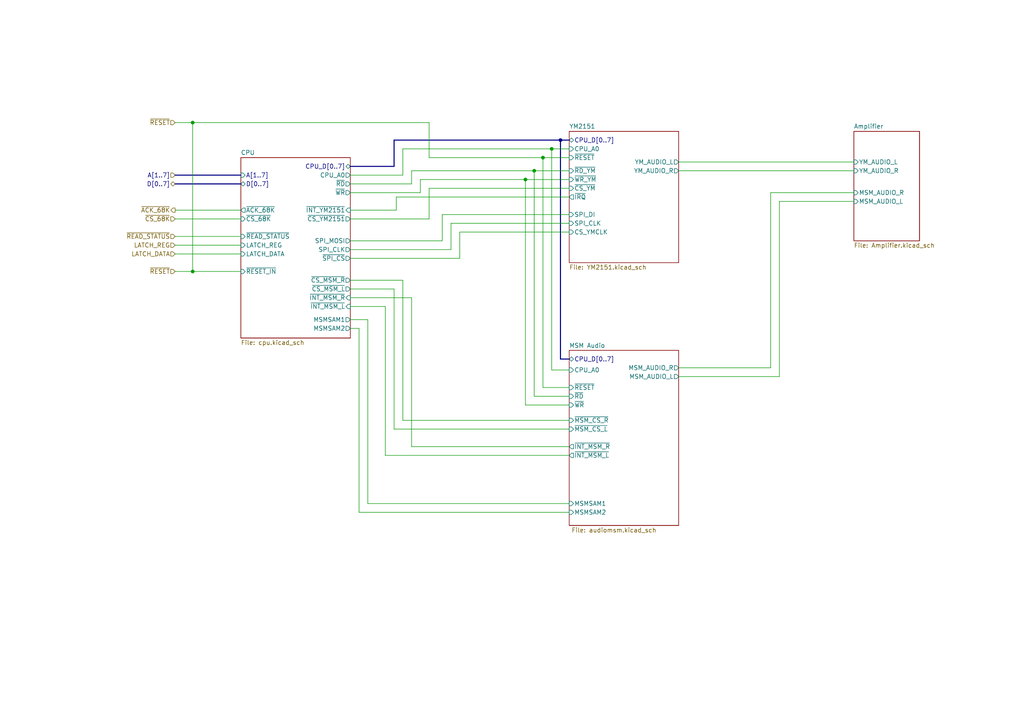
<source format=kicad_sch>
(kicad_sch
	(version 20231120)
	(generator "eeschema")
	(generator_version "8.0")
	(uuid "1f3bc4d5-8501-407c-8500-3cb5b2351c16")
	(paper "A4")
	(lib_symbols)
	(junction
		(at 55.88 35.56)
		(diameter 0)
		(color 0 0 0 0)
		(uuid "0a88f109-8530-447e-b836-56c724ae8141")
	)
	(junction
		(at 162.56 40.64)
		(diameter 0)
		(color 0 0 0 0)
		(uuid "2897525c-e6d6-411f-b255-805617f4626a")
	)
	(junction
		(at 55.88 78.74)
		(diameter 0)
		(color 0 0 0 0)
		(uuid "2bed701a-5b31-46b5-9139-127eeaa1765a")
	)
	(junction
		(at 160.02 43.18)
		(diameter 0)
		(color 0 0 0 0)
		(uuid "347f6af5-009c-46d6-a068-1c9829386788")
	)
	(junction
		(at 154.94 49.53)
		(diameter 0)
		(color 0 0 0 0)
		(uuid "594ca286-0c9b-4eb0-9292-3390d2a095a6")
	)
	(junction
		(at 157.48 45.72)
		(diameter 0)
		(color 0 0 0 0)
		(uuid "c43757e2-7595-484e-8a54-c0ecffb7ea2b")
	)
	(junction
		(at 152.4 52.07)
		(diameter 0)
		(color 0 0 0 0)
		(uuid "df978293-859c-46d9-86d0-99f21178481c")
	)
	(wire
		(pts
			(xy 157.48 45.72) (xy 157.48 112.395)
		)
		(stroke
			(width 0)
			(type default)
		)
		(uuid "1337a028-f02e-4d9a-a428-39f6a39d166b")
	)
	(bus
		(pts
			(xy 162.56 40.64) (xy 162.56 104.14)
		)
		(stroke
			(width 0)
			(type default)
		)
		(uuid "1bcbfe4b-5add-4f6a-894c-d781b21f6340")
	)
	(wire
		(pts
			(xy 101.6 74.93) (xy 133.35 74.93)
		)
		(stroke
			(width 0)
			(type default)
		)
		(uuid "1efa4fad-b512-4a03-94fd-3d0e263ce701")
	)
	(wire
		(pts
			(xy 116.84 81.28) (xy 116.84 121.92)
		)
		(stroke
			(width 0)
			(type default)
		)
		(uuid "212b0d70-5ca1-493c-92f7-7a24ab2ed2dd")
	)
	(wire
		(pts
			(xy 154.94 49.53) (xy 165.1 49.53)
		)
		(stroke
			(width 0)
			(type default)
		)
		(uuid "21388d77-8371-477c-99be-954020ce4b94")
	)
	(wire
		(pts
			(xy 116.84 121.92) (xy 165.1 121.92)
		)
		(stroke
			(width 0)
			(type default)
		)
		(uuid "254c4a12-f4fc-4e69-97da-1564e309181c")
	)
	(wire
		(pts
			(xy 104.14 148.59) (xy 165.1 148.59)
		)
		(stroke
			(width 0)
			(type default)
		)
		(uuid "2a9d6e89-1b20-4d41-937c-93b13e1720a3")
	)
	(bus
		(pts
			(xy 114.3 40.64) (xy 114.3 48.26)
		)
		(stroke
			(width 0)
			(type default)
		)
		(uuid "2e1656c1-314b-4500-b7f9-256d11950bd1")
	)
	(wire
		(pts
			(xy 130.81 72.39) (xy 130.81 64.77)
		)
		(stroke
			(width 0)
			(type default)
		)
		(uuid "2ee2db65-d064-47b7-9fdc-7837be887b50")
	)
	(wire
		(pts
			(xy 111.76 132.08) (xy 111.76 88.9)
		)
		(stroke
			(width 0)
			(type default)
		)
		(uuid "31ca0da7-9a73-49e7-904d-7b497dc1b422")
	)
	(bus
		(pts
			(xy 162.56 40.64) (xy 114.3 40.64)
		)
		(stroke
			(width 0)
			(type default)
		)
		(uuid "34d91fdb-9fe3-4233-8049-5d2def06623b")
	)
	(bus
		(pts
			(xy 165.1 104.14) (xy 162.56 104.14)
		)
		(stroke
			(width 0)
			(type default)
		)
		(uuid "380010c8-9f48-4355-a974-0e1338e2178a")
	)
	(wire
		(pts
			(xy 119.38 53.34) (xy 101.6 53.34)
		)
		(stroke
			(width 0)
			(type default)
		)
		(uuid "3ac39fd8-c0b1-4605-bc49-2afc289c25f5")
	)
	(wire
		(pts
			(xy 119.38 129.54) (xy 165.1 129.54)
		)
		(stroke
			(width 0)
			(type default)
		)
		(uuid "3e0bce9d-1a8f-42d4-aebc-1ee3fe198cc0")
	)
	(wire
		(pts
			(xy 223.52 55.88) (xy 247.65 55.88)
		)
		(stroke
			(width 0)
			(type default)
		)
		(uuid "408068ff-1332-4b55-90c3-66a4acfe064d")
	)
	(wire
		(pts
			(xy 121.92 52.07) (xy 121.92 55.88)
		)
		(stroke
			(width 0)
			(type default)
		)
		(uuid "431c9eaf-ba4d-4fc7-b584-4c157f97ad5c")
	)
	(wire
		(pts
			(xy 114.3 83.82) (xy 114.3 124.46)
		)
		(stroke
			(width 0)
			(type default)
		)
		(uuid "4576c9c2-77ff-4842-9ed3-854ccf9c64a3")
	)
	(wire
		(pts
			(xy 101.6 95.25) (xy 104.14 95.25)
		)
		(stroke
			(width 0)
			(type default)
		)
		(uuid "45d4d144-0a61-438a-bc08-06100bb306d1")
	)
	(wire
		(pts
			(xy 226.06 109.22) (xy 226.06 58.42)
		)
		(stroke
			(width 0)
			(type default)
		)
		(uuid "4a5adaa8-2cc2-4879-9810-9773dfdb7570")
	)
	(wire
		(pts
			(xy 196.85 106.68) (xy 223.52 106.68)
		)
		(stroke
			(width 0)
			(type default)
		)
		(uuid "4f143d5b-ddcf-4cbe-9fc9-d7cdafb5a8f7")
	)
	(bus
		(pts
			(xy 162.56 40.64) (xy 165.1 40.64)
		)
		(stroke
			(width 0)
			(type default)
		)
		(uuid "52af2e70-19d6-4ad7-bb5f-3001865293f0")
	)
	(wire
		(pts
			(xy 50.8 63.5) (xy 69.85 63.5)
		)
		(stroke
			(width 0)
			(type default)
		)
		(uuid "536efb4c-3611-4b74-9407-71f2374795a4")
	)
	(wire
		(pts
			(xy 128.27 69.85) (xy 128.27 62.23)
		)
		(stroke
			(width 0)
			(type default)
		)
		(uuid "54cb4e13-656e-4768-8cc9-73660a029b66")
	)
	(wire
		(pts
			(xy 101.6 88.9) (xy 111.76 88.9)
		)
		(stroke
			(width 0)
			(type default)
		)
		(uuid "54fd2f1a-dd6d-46ef-ac64-8819e37e6d4f")
	)
	(wire
		(pts
			(xy 133.35 74.93) (xy 133.35 67.31)
		)
		(stroke
			(width 0)
			(type default)
		)
		(uuid "56f66a6e-02c8-435f-8395-e89ef57981c6")
	)
	(wire
		(pts
			(xy 165.1 107.315) (xy 160.02 107.315)
		)
		(stroke
			(width 0)
			(type default)
		)
		(uuid "5841f206-9e91-44b9-8b60-277e523a8075")
	)
	(wire
		(pts
			(xy 101.6 72.39) (xy 130.81 72.39)
		)
		(stroke
			(width 0)
			(type default)
		)
		(uuid "5b021541-972e-436d-b600-39683bde9aa6")
	)
	(wire
		(pts
			(xy 101.6 60.96) (xy 114.935 60.96)
		)
		(stroke
			(width 0)
			(type default)
		)
		(uuid "5b4007c6-54fb-4bef-9565-bf1b65b244a2")
	)
	(wire
		(pts
			(xy 114.3 124.46) (xy 165.1 124.46)
		)
		(stroke
			(width 0)
			(type default)
		)
		(uuid "5b7cb9e0-b51c-4472-9211-734e85c4ce1d")
	)
	(wire
		(pts
			(xy 104.14 95.25) (xy 104.14 148.59)
		)
		(stroke
			(width 0)
			(type default)
		)
		(uuid "5c4d623c-3609-4b37-abb0-26d69dce05e6")
	)
	(wire
		(pts
			(xy 119.38 49.53) (xy 154.94 49.53)
		)
		(stroke
			(width 0)
			(type default)
		)
		(uuid "5d87fd2a-ca91-435e-817b-b2be6daa44e6")
	)
	(wire
		(pts
			(xy 152.4 117.475) (xy 152.4 52.07)
		)
		(stroke
			(width 0)
			(type default)
		)
		(uuid "60a5f0b4-0d89-4f2c-b0f2-e6cef98e12dc")
	)
	(wire
		(pts
			(xy 124.46 45.72) (xy 157.48 45.72)
		)
		(stroke
			(width 0)
			(type default)
		)
		(uuid "642b659e-094e-4d51-ae5f-b7e82b7b51e2")
	)
	(wire
		(pts
			(xy 133.35 67.31) (xy 165.1 67.31)
		)
		(stroke
			(width 0)
			(type default)
		)
		(uuid "65e53b12-1bed-4a1a-ba48-a52de786172b")
	)
	(bus
		(pts
			(xy 50.8 53.34) (xy 69.85 53.34)
		)
		(stroke
			(width 0)
			(type default)
		)
		(uuid "689f336b-97cf-4c8c-b4bc-1f4303a54633")
	)
	(wire
		(pts
			(xy 247.65 49.53) (xy 196.85 49.53)
		)
		(stroke
			(width 0)
			(type default)
		)
		(uuid "6a24d79f-7246-4274-b37f-78a1d8a2109a")
	)
	(wire
		(pts
			(xy 223.52 106.68) (xy 223.52 55.88)
		)
		(stroke
			(width 0)
			(type default)
		)
		(uuid "6d3c2e0a-cd5d-4e59-8a15-0cbffafe2dd8")
	)
	(wire
		(pts
			(xy 101.6 81.28) (xy 116.84 81.28)
		)
		(stroke
			(width 0)
			(type default)
		)
		(uuid "6d9c75e3-5f07-4da9-b99f-79c873cb6da3")
	)
	(wire
		(pts
			(xy 50.8 35.56) (xy 55.88 35.56)
		)
		(stroke
			(width 0)
			(type default)
		)
		(uuid "6ef9889b-7c2d-4000-b0b3-7bc281eb7395")
	)
	(wire
		(pts
			(xy 116.84 43.18) (xy 160.02 43.18)
		)
		(stroke
			(width 0)
			(type default)
		)
		(uuid "744568cc-7eb1-40ea-a4df-0b480fe45301")
	)
	(wire
		(pts
			(xy 196.85 46.99) (xy 247.65 46.99)
		)
		(stroke
			(width 0)
			(type default)
		)
		(uuid "78bce982-211a-4278-b1dc-771b46cba405")
	)
	(wire
		(pts
			(xy 101.6 83.82) (xy 114.3 83.82)
		)
		(stroke
			(width 0)
			(type default)
		)
		(uuid "7ddba4e6-9e88-4ed0-b64f-4354c289fed2")
	)
	(wire
		(pts
			(xy 50.8 68.58) (xy 69.85 68.58)
		)
		(stroke
			(width 0)
			(type default)
		)
		(uuid "7ebf2b5b-3a7c-4b64-8463-3728ece843d1")
	)
	(bus
		(pts
			(xy 114.3 48.26) (xy 101.6 48.26)
		)
		(stroke
			(width 0)
			(type default)
		)
		(uuid "81c9d1af-0bd9-4039-a86e-31541a429e78")
	)
	(wire
		(pts
			(xy 160.02 43.18) (xy 165.1 43.18)
		)
		(stroke
			(width 0)
			(type default)
		)
		(uuid "86181999-02e4-4c68-bc61-67696de4ac08")
	)
	(wire
		(pts
			(xy 50.8 60.96) (xy 69.85 60.96)
		)
		(stroke
			(width 0)
			(type default)
		)
		(uuid "869d4d23-8ab8-436b-b602-ab1014343f70")
	)
	(wire
		(pts
			(xy 157.48 45.72) (xy 165.1 45.72)
		)
		(stroke
			(width 0)
			(type default)
		)
		(uuid "889b7008-bae6-4e5b-8770-ae3ab7c065e5")
	)
	(wire
		(pts
			(xy 55.88 78.74) (xy 69.85 78.74)
		)
		(stroke
			(width 0)
			(type default)
		)
		(uuid "8a4cd403-a13f-4089-b83c-06cc6cb5cb9f")
	)
	(wire
		(pts
			(xy 124.46 35.56) (xy 124.46 45.72)
		)
		(stroke
			(width 0)
			(type default)
		)
		(uuid "8bd6462a-e535-4d4e-9e53-14d2a4bd5af1")
	)
	(wire
		(pts
			(xy 50.8 71.12) (xy 69.85 71.12)
		)
		(stroke
			(width 0)
			(type default)
		)
		(uuid "8f7c27c1-524d-49ad-aace-10589c320578")
	)
	(wire
		(pts
			(xy 50.8 73.66) (xy 69.85 73.66)
		)
		(stroke
			(width 0)
			(type default)
		)
		(uuid "927c9c67-fa37-44f6-823a-200d1fa07559")
	)
	(wire
		(pts
			(xy 165.1 146.05) (xy 106.68 146.05)
		)
		(stroke
			(width 0)
			(type default)
		)
		(uuid "95ac4486-da5c-4bde-b62b-f079e4471001")
	)
	(wire
		(pts
			(xy 152.4 52.07) (xy 165.1 52.07)
		)
		(stroke
			(width 0)
			(type default)
		)
		(uuid "95d98be0-fd7f-455a-8ea2-f487fd3adb5e")
	)
	(wire
		(pts
			(xy 116.84 50.8) (xy 116.84 43.18)
		)
		(stroke
			(width 0)
			(type default)
		)
		(uuid "9ac8391b-ebe0-47fe-8286-0e9167140914")
	)
	(wire
		(pts
			(xy 106.68 146.05) (xy 106.68 92.71)
		)
		(stroke
			(width 0)
			(type default)
		)
		(uuid "9d2ffeaf-2720-4c99-af74-02c0bdc29feb")
	)
	(wire
		(pts
			(xy 106.68 92.71) (xy 101.6 92.71)
		)
		(stroke
			(width 0)
			(type default)
		)
		(uuid "a49c5b07-fd61-4f1f-8012-cf684616144d")
	)
	(wire
		(pts
			(xy 121.92 55.88) (xy 101.6 55.88)
		)
		(stroke
			(width 0)
			(type default)
		)
		(uuid "ab58db42-24a2-4457-bc91-1e01b98ce543")
	)
	(wire
		(pts
			(xy 101.6 63.5) (xy 124.46 63.5)
		)
		(stroke
			(width 0)
			(type default)
		)
		(uuid "afe842a4-4db7-4e5a-b608-3cd4fb9c5e73")
	)
	(wire
		(pts
			(xy 128.27 62.23) (xy 165.1 62.23)
		)
		(stroke
			(width 0)
			(type default)
		)
		(uuid "b4541efa-d00a-4c3b-b664-721a4614d6f5")
	)
	(wire
		(pts
			(xy 165.1 132.08) (xy 111.76 132.08)
		)
		(stroke
			(width 0)
			(type default)
		)
		(uuid "b58323dc-2df2-463b-b318-62fb1a3b5859")
	)
	(wire
		(pts
			(xy 130.81 64.77) (xy 165.1 64.77)
		)
		(stroke
			(width 0)
			(type default)
		)
		(uuid "b6e20e6c-c081-48eb-89aa-a4d54d907845")
	)
	(wire
		(pts
			(xy 165.1 117.475) (xy 152.4 117.475)
		)
		(stroke
			(width 0)
			(type default)
		)
		(uuid "bc6cc963-7bfd-47e4-b3f2-73f5ed50259f")
	)
	(wire
		(pts
			(xy 196.85 109.22) (xy 226.06 109.22)
		)
		(stroke
			(width 0)
			(type default)
		)
		(uuid "bd3aa259-684d-40e4-b55c-9de327ff0967")
	)
	(wire
		(pts
			(xy 226.06 58.42) (xy 247.65 58.42)
		)
		(stroke
			(width 0)
			(type default)
		)
		(uuid "c545acfe-f081-4e4f-8743-2c6314d443f3")
	)
	(wire
		(pts
			(xy 50.8 78.74) (xy 55.88 78.74)
		)
		(stroke
			(width 0)
			(type default)
		)
		(uuid "cbc0a51f-58c6-4431-a91b-8bbb6a5ddbd1")
	)
	(bus
		(pts
			(xy 50.8 50.8) (xy 69.85 50.8)
		)
		(stroke
			(width 0)
			(type default)
		)
		(uuid "d3840549-8bd3-415f-81ce-d69d0184e92e")
	)
	(wire
		(pts
			(xy 124.46 54.61) (xy 165.1 54.61)
		)
		(stroke
			(width 0)
			(type default)
		)
		(uuid "d560ea1c-ebec-4d36-ae31-18ddcc864ef2")
	)
	(wire
		(pts
			(xy 154.94 114.935) (xy 165.1 114.935)
		)
		(stroke
			(width 0)
			(type default)
		)
		(uuid "d913c6f6-a080-41d4-b05e-d093ba3e29a9")
	)
	(wire
		(pts
			(xy 157.48 112.395) (xy 165.1 112.395)
		)
		(stroke
			(width 0)
			(type default)
		)
		(uuid "dc519f79-b69b-4eb4-970a-a23101c9f9a2")
	)
	(wire
		(pts
			(xy 119.38 49.53) (xy 119.38 53.34)
		)
		(stroke
			(width 0)
			(type default)
		)
		(uuid "e16a5681-2709-4da6-b625-cc063a37f1d4")
	)
	(wire
		(pts
			(xy 101.6 50.8) (xy 116.84 50.8)
		)
		(stroke
			(width 0)
			(type default)
		)
		(uuid "e2f91fe9-0093-4c7b-bae7-1ec82da0a4d8")
	)
	(wire
		(pts
			(xy 101.6 69.85) (xy 128.27 69.85)
		)
		(stroke
			(width 0)
			(type default)
		)
		(uuid "e3544d09-16cb-433b-8fef-d54c488a10d3")
	)
	(wire
		(pts
			(xy 152.4 52.07) (xy 121.92 52.07)
		)
		(stroke
			(width 0)
			(type default)
		)
		(uuid "e39e9e50-3d52-46a9-9747-d647772c865d")
	)
	(wire
		(pts
			(xy 119.38 86.36) (xy 119.38 129.54)
		)
		(stroke
			(width 0)
			(type default)
		)
		(uuid "e4aa8d4b-1ab2-4d79-a229-158dc963cbf8")
	)
	(wire
		(pts
			(xy 124.46 63.5) (xy 124.46 54.61)
		)
		(stroke
			(width 0)
			(type default)
		)
		(uuid "e5c35091-b99c-418b-ab6d-379f152b7b48")
	)
	(wire
		(pts
			(xy 101.6 86.36) (xy 119.38 86.36)
		)
		(stroke
			(width 0)
			(type default)
		)
		(uuid "ea0b1ae0-ece1-403b-bf9a-82d23399e5f4")
	)
	(wire
		(pts
			(xy 160.02 43.18) (xy 160.02 107.315)
		)
		(stroke
			(width 0)
			(type default)
		)
		(uuid "ed723b46-16c0-4746-85b8-a8d567b9ee5d")
	)
	(wire
		(pts
			(xy 114.935 60.96) (xy 114.935 57.15)
		)
		(stroke
			(width 0)
			(type default)
		)
		(uuid "efc70563-dcdf-4d29-a4ab-c1af9982a66e")
	)
	(wire
		(pts
			(xy 55.88 35.56) (xy 124.46 35.56)
		)
		(stroke
			(width 0)
			(type default)
		)
		(uuid "f6c50a32-3bd9-4a1d-a4e3-42a6e94032bb")
	)
	(wire
		(pts
			(xy 114.935 57.15) (xy 165.1 57.15)
		)
		(stroke
			(width 0)
			(type default)
		)
		(uuid "f8d8fb3f-3cb2-4a4d-8d0d-77dfa43ccc46")
	)
	(wire
		(pts
			(xy 154.94 49.53) (xy 154.94 114.935)
		)
		(stroke
			(width 0)
			(type default)
		)
		(uuid "f952ea35-8a98-420b-919b-927caa2c7d58")
	)
	(wire
		(pts
			(xy 55.88 78.74) (xy 55.88 35.56)
		)
		(stroke
			(width 0)
			(type default)
		)
		(uuid "ffef442c-fa61-463c-9b35-c9399199cf8e")
	)
	(hierarchical_label "LATCH_REG"
		(shape input)
		(at 50.8 71.12 180)
		(fields_autoplaced yes)
		(effects
			(font
				(size 1.27 1.27)
			)
			(justify right)
		)
		(uuid "228e31cb-a15e-4e22-964b-0f86ac38d0c7")
	)
	(hierarchical_label "A[1..7]"
		(shape input)
		(at 50.8 50.8 180)
		(fields_autoplaced yes)
		(effects
			(font
				(size 1.27 1.27)
			)
			(justify right)
		)
		(uuid "2f4d096f-be87-460a-b2d4-308e7c09d403")
	)
	(hierarchical_label "~{RESET}"
		(shape input)
		(at 50.8 35.56 180)
		(fields_autoplaced yes)
		(effects
			(font
				(size 1.27 1.27)
			)
			(justify right)
		)
		(uuid "36a39147-f39c-42f9-9d93-bfe50a5fe9d5")
	)
	(hierarchical_label "LATCH_DATA"
		(shape input)
		(at 50.8 73.66 180)
		(fields_autoplaced yes)
		(effects
			(font
				(size 1.27 1.27)
			)
			(justify right)
		)
		(uuid "721ea962-5291-4235-bbe5-2bcafa2fb715")
	)
	(hierarchical_label "~{RESET}"
		(shape input)
		(at 50.8 78.74 180)
		(fields_autoplaced yes)
		(effects
			(font
				(size 1.27 1.27)
			)
			(justify right)
		)
		(uuid "7e12cac8-f57c-432e-9b54-6790c44e419e")
	)
	(hierarchical_label "~{ACK_68K}"
		(shape output)
		(at 50.8 60.96 180)
		(fields_autoplaced yes)
		(effects
			(font
				(size 1.27 1.27)
			)
			(justify right)
		)
		(uuid "892c5e21-e6cb-4b3b-9ae5-d62d619a3deb")
	)
	(hierarchical_label "~{CS_68K}"
		(shape input)
		(at 50.8 63.5 180)
		(fields_autoplaced yes)
		(effects
			(font
				(size 1.27 1.27)
			)
			(justify right)
		)
		(uuid "a0fa78ff-bb66-4930-8aa8-a44377927f9f")
	)
	(hierarchical_label "D[0..7]"
		(shape bidirectional)
		(at 50.8 53.34 180)
		(fields_autoplaced yes)
		(effects
			(font
				(size 1.27 1.27)
			)
			(justify right)
		)
		(uuid "db3ede7c-cc25-4f76-9acb-bb8072c76103")
	)
	(hierarchical_label "~{READ_STATUS}"
		(shape input)
		(at 50.8 68.58 180)
		(fields_autoplaced yes)
		(effects
			(font
				(size 1.27 1.27)
			)
			(justify right)
		)
		(uuid "e00abba7-8f48-4bcd-b18e-28543492e84e")
	)
	(sheet
		(at 69.85 45.72)
		(size 31.75 52.324)
		(fields_autoplaced yes)
		(stroke
			(width 0.1524)
			(type solid)
		)
		(fill
			(color 0 0 0 0.0000)
		)
		(uuid "2383b26c-a42b-4156-bd52-164401cd08a6")
		(property "Sheetname" "CPU"
			(at 69.85 45.0084 0)
			(effects
				(font
					(size 1.27 1.27)
				)
				(justify left bottom)
			)
		)
		(property "Sheetfile" "cpu.kicad_sch"
			(at 69.85 98.6286 0)
			(effects
				(font
					(size 1.27 1.27)
				)
				(justify left top)
			)
		)
		(pin "D[0..7]" bidirectional
			(at 69.85 53.34 180)
			(effects
				(font
					(size 1.27 1.27)
				)
				(justify left)
			)
			(uuid "c989185c-4fee-4829-9c47-cc8ab589813d")
		)
		(pin "~{INT_YM2151}" input
			(at 101.6 60.96 0)
			(effects
				(font
					(size 1.27 1.27)
				)
				(justify right)
			)
			(uuid "ee786e13-be7d-418e-8268-fd58271b26b7")
		)
		(pin "LATCH_REG" input
			(at 69.85 71.12 180)
			(effects
				(font
					(size 1.27 1.27)
				)
				(justify left)
			)
			(uuid "c07cd6a8-d119-447e-896a-4cbe5624fe5a")
		)
		(pin "A[1..7]" input
			(at 69.85 50.8 180)
			(effects
				(font
					(size 1.27 1.27)
				)
				(justify left)
			)
			(uuid "00b4a059-6c18-41c7-ad41-93cc13318152")
		)
		(pin "~{READ_STATUS}" input
			(at 69.85 68.58 180)
			(effects
				(font
					(size 1.27 1.27)
				)
				(justify left)
			)
			(uuid "d622fae9-6b8b-4f04-a865-8d64eb0f431c")
		)
		(pin "LATCH_DATA" input
			(at 69.85 73.66 180)
			(effects
				(font
					(size 1.27 1.27)
				)
				(justify left)
			)
			(uuid "ad7b6601-8a96-46d0-99bb-4e5c4d688cf1")
		)
		(pin "~{WR}" output
			(at 101.6 55.88 0)
			(effects
				(font
					(size 1.27 1.27)
				)
				(justify right)
			)
			(uuid "a08ad5d9-8f9a-4704-b2d2-4f6fe4b5314a")
		)
		(pin "~{RD}" output
			(at 101.6 53.34 0)
			(effects
				(font
					(size 1.27 1.27)
				)
				(justify right)
			)
			(uuid "a2208454-7407-4cf0-a379-6208b382664e")
		)
		(pin "~{CS_68K}" input
			(at 69.85 63.5 180)
			(effects
				(font
					(size 1.27 1.27)
				)
				(justify left)
			)
			(uuid "1e800f9f-15f7-4722-a5f9-4e663bf3d454")
		)
		(pin "~{ACK_68K}" output
			(at 69.85 60.96 180)
			(effects
				(font
					(size 1.27 1.27)
				)
				(justify left)
			)
			(uuid "1bf2a668-3f6d-4381-89a1-ccf3388feeab")
		)
		(pin "~{CS_YM2151}" output
			(at 101.6 63.5 0)
			(effects
				(font
					(size 1.27 1.27)
				)
				(justify right)
			)
			(uuid "7ee6d1a5-99fa-41d5-8273-0157137b0611")
		)
		(pin "~{RESET_IN}" input
			(at 69.85 78.74 180)
			(effects
				(font
					(size 1.27 1.27)
				)
				(justify left)
			)
			(uuid "2e4d9075-4a6d-4d12-b7f8-afe7863c712f")
		)
		(pin "SPI_MOSI" output
			(at 101.6 69.85 0)
			(effects
				(font
					(size 1.27 1.27)
				)
				(justify right)
			)
			(uuid "cc62e649-62c0-4fbb-acda-4467850c6f16")
		)
		(pin "~{SPI_CS}" output
			(at 101.6 74.93 0)
			(effects
				(font
					(size 1.27 1.27)
				)
				(justify right)
			)
			(uuid "0447a100-fdec-4da0-8a3d-fc3bf0284c20")
		)
		(pin "MSMSAM2" output
			(at 101.6 95.25 0)
			(effects
				(font
					(size 1.27 1.27)
				)
				(justify right)
			)
			(uuid "aecf7075-11fe-4394-a91b-3c141806bbd3")
		)
		(pin "SPI_CLK" output
			(at 101.6 72.39 0)
			(effects
				(font
					(size 1.27 1.27)
				)
				(justify right)
			)
			(uuid "d85dd584-1625-4b72-869a-57cb4e7b91c8")
		)
		(pin "MSMSAM1" output
			(at 101.6 92.71 0)
			(effects
				(font
					(size 1.27 1.27)
				)
				(justify right)
			)
			(uuid "4b71eb85-25d7-475a-aea2-5c334125d172")
		)
		(pin "CPU_A0" output
			(at 101.6 50.8 0)
			(effects
				(font
					(size 1.27 1.27)
				)
				(justify right)
			)
			(uuid "a791af92-dfe2-416e-ad5f-ab1ea0dea8e0")
		)
		(pin "~{CS_MSM_R}" output
			(at 101.6 81.28 0)
			(effects
				(font
					(size 1.27 1.27)
				)
				(justify right)
			)
			(uuid "bfeab0a6-76c2-486f-9c62-0b7a685570a8")
		)
		(pin "~{INT_MSM_R}" input
			(at 101.6 86.36 0)
			(effects
				(font
					(size 1.27 1.27)
				)
				(justify right)
			)
			(uuid "e894a0d1-78e4-4e7a-ae95-6275d34866bc")
		)
		(pin "~{INT_MSM_L}" input
			(at 101.6 88.9 0)
			(effects
				(font
					(size 1.27 1.27)
				)
				(justify right)
			)
			(uuid "4d74ee8f-69ca-434f-ae81-c11f89f5913d")
		)
		(pin "~{CS_MSM_L}" output
			(at 101.6 83.82 0)
			(effects
				(font
					(size 1.27 1.27)
				)
				(justify right)
			)
			(uuid "37dbc323-868c-4841-a99b-cd307e35e54a")
		)
		(pin "CPU_D[0..7]" bidirectional
			(at 101.6 48.26 0)
			(effects
				(font
					(size 1.27 1.27)
				)
				(justify right)
			)
			(uuid "f22e77a5-127b-4d0d-9499-fdf6fef06217")
		)
		(instances
			(project "AudioYM2151V2"
				(path "/1a0b0354-7e8a-4de9-938d-3a3db9fe7fba/13457701-b9f8-47fd-94fd-78ef7514c622"
					(page "4")
				)
			)
		)
	)
	(sheet
		(at 247.65 38.1)
		(size 19.05 31.75)
		(fields_autoplaced yes)
		(stroke
			(width 0)
			(type solid)
		)
		(fill
			(color 0 0 0 0.0000)
		)
		(uuid "afdb1e97-7a1c-42e7-bac1-a7dfcf7f787d")
		(property "Sheetname" "Amplifier"
			(at 247.65 37.3884 0)
			(effects
				(font
					(size 1.27 1.27)
				)
				(justify left bottom)
			)
		)
		(property "Sheetfile" "Amplifier.kicad_sch"
			(at 247.65 70.4346 0)
			(effects
				(font
					(size 1.27 1.27)
				)
				(justify left top)
			)
		)
		(pin "YM_AUDIO_L" input
			(at 247.65 46.99 180)
			(effects
				(font
					(size 1.27 1.27)
				)
				(justify left)
			)
			(uuid "3ddef8a3-08e2-45ae-a002-76210a6dee1c")
		)
		(pin "YM_AUDIO_R" input
			(at 247.65 49.53 180)
			(effects
				(font
					(size 1.27 1.27)
				)
				(justify left)
			)
			(uuid "6de9e821-ffc1-4d47-afb9-3d4fd05bafd9")
		)
		(pin "MSM_AUDIO_R" input
			(at 247.65 55.88 180)
			(effects
				(font
					(size 1.27 1.27)
				)
				(justify left)
			)
			(uuid "99d68249-cfd2-4c8f-a6b6-c6f11791b12d")
		)
		(pin "MSM_AUDIO_L" input
			(at 247.65 58.42 180)
			(effects
				(font
					(size 1.27 1.27)
				)
				(justify left)
			)
			(uuid "2ae56e31-d04d-4e31-a388-3945add63d2b")
		)
		(instances
			(project "AudioYM2151V2"
				(path "/1a0b0354-7e8a-4de9-938d-3a3db9fe7fba/13457701-b9f8-47fd-94fd-78ef7514c622"
					(page "5")
				)
			)
		)
	)
	(sheet
		(at 165.1 38.1)
		(size 31.75 38.1)
		(fields_autoplaced yes)
		(stroke
			(width 0)
			(type solid)
		)
		(fill
			(color 0 0 0 0.0000)
		)
		(uuid "bf81a9ca-093f-4742-bfb2-1aced185cb80")
		(property "Sheetname" "YM2151"
			(at 165.1 37.3884 0)
			(effects
				(font
					(size 1.27 1.27)
				)
				(justify left bottom)
			)
		)
		(property "Sheetfile" "YM2151.kicad_sch"
			(at 165.1 76.7846 0)
			(effects
				(font
					(size 1.27 1.27)
				)
				(justify left top)
			)
		)
		(pin "~{CS_YM}" input
			(at 165.1 54.61 180)
			(effects
				(font
					(size 1.27 1.27)
				)
				(justify left)
			)
			(uuid "8881362c-40c9-41f4-b940-21d78c6bbe5b")
		)
		(pin "~{RD_YM}" input
			(at 165.1 49.53 180)
			(effects
				(font
					(size 1.27 1.27)
				)
				(justify left)
			)
			(uuid "7a5c4478-374e-4328-a6c0-77a28b2d2648")
		)
		(pin "~{WR_YM}" input
			(at 165.1 52.07 180)
			(effects
				(font
					(size 1.27 1.27)
				)
				(justify left)
			)
			(uuid "a0642e43-dbf8-4c86-9af5-e73247e419f7")
		)
		(pin "~{RESET}" input
			(at 165.1 45.72 180)
			(effects
				(font
					(size 1.27 1.27)
				)
				(justify left)
			)
			(uuid "dbe97480-d1bd-480c-a701-6f2150b168fc")
		)
		(pin "SPI_DI" input
			(at 165.1 62.23 180)
			(effects
				(font
					(size 1.27 1.27)
				)
				(justify left)
			)
			(uuid "d6412cff-513d-4593-8772-fa5ce5502a6a")
		)
		(pin "SPI_CLK" input
			(at 165.1 64.77 180)
			(effects
				(font
					(size 1.27 1.27)
				)
				(justify left)
			)
			(uuid "60606000-c061-4e25-830c-367565d3afb8")
		)
		(pin "CS_YMCLK" input
			(at 165.1 67.31 180)
			(effects
				(font
					(size 1.27 1.27)
				)
				(justify left)
			)
			(uuid "5abe82db-3dd0-481f-828e-1cc81300279c")
		)
		(pin "YM_AUDIO_L" output
			(at 196.85 46.99 0)
			(effects
				(font
					(size 1.27 1.27)
				)
				(justify right)
			)
			(uuid "2fc26966-8aa9-45e4-bffb-d4a923196578")
		)
		(pin "YM_AUDIO_R" output
			(at 196.85 49.53 0)
			(effects
				(font
					(size 1.27 1.27)
				)
				(justify right)
			)
			(uuid "276cbe8e-daf0-4bcb-90fd-0902ad33b822")
		)
		(pin "~{IRQ}" output
			(at 165.1 57.15 180)
			(effects
				(font
					(size 1.27 1.27)
				)
				(justify left)
			)
			(uuid "4709ae67-4876-43e3-a95e-c00e46d11aec")
		)
		(pin "CPU_A0" input
			(at 165.1 43.18 180)
			(effects
				(font
					(size 1.27 1.27)
				)
				(justify left)
			)
			(uuid "1220ba73-82d7-4e71-af82-91fb41267c2e")
		)
		(pin "CPU_D[0..7]" bidirectional
			(at 165.1 40.64 180)
			(effects
				(font
					(size 1.27 1.27)
				)
				(justify left)
			)
			(uuid "19c721d1-90c7-4216-9276-953a1beb28b6")
		)
		(instances
			(project "AudioYM2151V2"
				(path "/1a0b0354-7e8a-4de9-938d-3a3db9fe7fba/13457701-b9f8-47fd-94fd-78ef7514c622"
					(page "2")
				)
			)
		)
	)
	(sheet
		(at 165.1 101.6)
		(size 31.75 50.8)
		(stroke
			(width 0.1524)
			(type solid)
		)
		(fill
			(color 0 0 0 0.0000)
		)
		(uuid "e9045172-49f6-4fdd-88a3-eb7e3ed60ba9")
		(property "Sheetname" "MSM Audio"
			(at 165.1 100.965 0)
			(effects
				(font
					(size 1.27 1.27)
				)
				(justify left bottom)
			)
		)
		(property "Sheetfile" "audiomsm.kicad_sch"
			(at 165.735 153.035 0)
			(effects
				(font
					(size 1.27 1.27)
				)
				(justify left top)
			)
		)
		(pin "CPU_A0" input
			(at 165.1 107.315 180)
			(effects
				(font
					(size 1.27 1.27)
				)
				(justify left)
			)
			(uuid "be22f04d-bc79-4690-8799-05ea94f40105")
		)
		(pin "~{RESET}" input
			(at 165.1 112.395 180)
			(effects
				(font
					(size 1.27 1.27)
				)
				(justify left)
			)
			(uuid "4f950509-b3b0-443f-abff-c80eeff8d8cc")
		)
		(pin "MSMSAM1" input
			(at 165.1 146.05 180)
			(effects
				(font
					(size 1.27 1.27)
				)
				(justify left)
			)
			(uuid "711bbe3d-49ab-46fc-b3f7-901e0a4c400f")
		)
		(pin "MSMSAM2" input
			(at 165.1 148.59 180)
			(effects
				(font
					(size 1.27 1.27)
				)
				(justify left)
			)
			(uuid "0c12eff0-9127-4f3d-b433-d07b99990f2a")
		)
		(pin "~{WR}" input
			(at 165.1 117.475 180)
			(effects
				(font
					(size 1.27 1.27)
				)
				(justify left)
			)
			(uuid "5bcc8dcd-659d-4a08-b59e-93a29df1cd19")
		)
		(pin "~{RD}" input
			(at 165.1 114.935 180)
			(effects
				(font
					(size 1.27 1.27)
				)
				(justify left)
			)
			(uuid "9d4b09a2-8e7a-4043-9638-4c22146367a7")
		)
		(pin "~{INT_MSM_L}" output
			(at 165.1 132.08 180)
			(effects
				(font
					(size 1.27 1.27)
				)
				(justify left)
			)
			(uuid "303a5cca-35cb-441f-b887-64ca00ed0efd")
		)
		(pin "~{MSM_CS_L}" input
			(at 165.1 124.46 180)
			(effects
				(font
					(size 1.27 1.27)
				)
				(justify left)
			)
			(uuid "58891a58-c3a8-445e-9442-b25a940eec20")
		)
		(pin "~{MSM_CS_R}" input
			(at 165.1 121.92 180)
			(effects
				(font
					(size 1.27 1.27)
				)
				(justify left)
			)
			(uuid "4d5e3420-decb-48b2-837f-4b3386731491")
		)
		(pin "MSM_AUDIO_R" output
			(at 196.85 106.68 0)
			(effects
				(font
					(size 1.27 1.27)
				)
				(justify right)
			)
			(uuid "cbd3c861-a229-4609-8135-e0a6089ee60f")
		)
		(pin "MSM_AUDIO_L" output
			(at 196.85 109.22 0)
			(effects
				(font
					(size 1.27 1.27)
				)
				(justify right)
			)
			(uuid "d80e8612-2459-4208-af56-766f560af047")
		)
		(pin "~{INT_MSM_R}" output
			(at 165.1 129.54 180)
			(effects
				(font
					(size 1.27 1.27)
				)
				(justify left)
			)
			(uuid "ec966336-cf49-4aef-8b69-8cfd5929c884")
		)
		(pin "CPU_D[0..7]" bidirectional
			(at 165.1 104.14 180)
			(effects
				(font
					(size 1.27 1.27)
				)
				(justify left)
			)
			(uuid "cd7b8808-c42f-4493-b1a9-7142bac8b1b7")
		)
		(instances
			(project "AudioYM2151V2"
				(path "/1a0b0354-7e8a-4de9-938d-3a3db9fe7fba/13457701-b9f8-47fd-94fd-78ef7514c622"
					(page "3")
				)
			)
		)
	)
)

</source>
